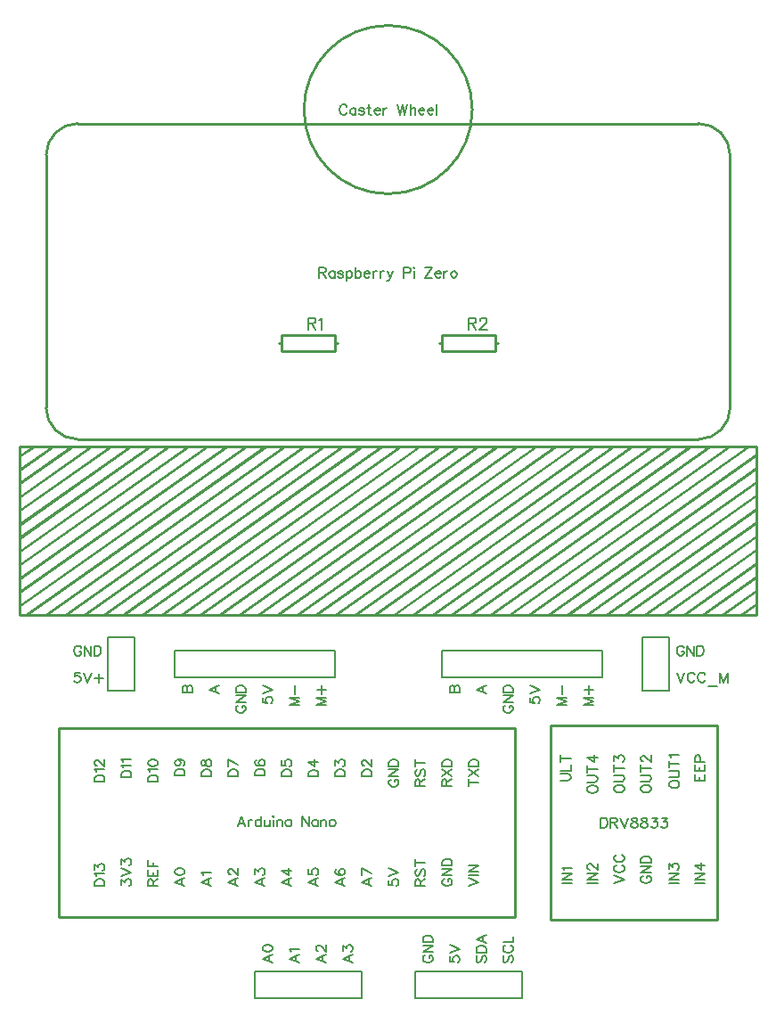
<source format=gto>
G04 Layer: TopSilkscreenLayer*
G04 EasyEDA v6.5.51, 2025-09-10 15:25:43*
G04 7811fd6da6e84b80a6dd4c2e862b6bcc,8ef3a173406043228c96bdea823fb63d,10*
G04 Gerber Generator version 0.2*
G04 Scale: 100 percent, Rotated: No, Reflected: No *
G04 Dimensions in millimeters *
G04 leading zeros omitted , absolute positions ,4 integer and 5 decimal *
%FSLAX45Y45*%
%MOMM*%

%ADD10C,0.1500*%
%ADD11C,0.1524*%
%ADD12C,0.2540*%
%ADD13C,0.2032*%
%ADD14C,0.2030*%
%ADD15C,0.0138*%

%LPD*%
G36*
X-3337001Y799998D02*
G01*
X-3380384Y799947D01*
X-3499865Y715619D01*
X-3498494Y686308D01*
G37*
G36*
X-3196132Y799998D02*
G01*
X-3499865Y586232D01*
X-3498494Y556920D01*
X-3153003Y799998D01*
G37*
G36*
X-3011830Y799998D02*
G01*
X-3016605Y797509D01*
X-3499865Y457200D01*
X-3498494Y427583D01*
X-2970580Y799084D01*
X-2970580Y799998D01*
G37*
G36*
X-2829407Y799998D02*
G01*
X-3499865Y328168D01*
X-3498494Y298551D01*
X-2792526Y795477D01*
X-2785465Y799998D01*
G37*
G36*
X-2645511Y799998D02*
G01*
X-3499865Y198831D01*
X-3498494Y169519D01*
X-2603906Y799134D01*
X-2603906Y799998D01*
G37*
G36*
X-2418842Y799998D02*
G01*
X-2462377Y799896D01*
X-3498494Y70561D01*
X-3500018Y39624D01*
X-3497884Y40538D01*
G37*
G36*
X-2278430Y799998D02*
G01*
X-3498494Y-58470D01*
X-3499916Y-89458D01*
X-3493109Y-85445D01*
X-2234844Y799998D01*
G37*
G36*
X-2052167Y799998D02*
G01*
X-2095652Y799896D01*
X-3499865Y-188620D01*
X-3498494Y-218186D01*
X-2053843Y798322D01*
G37*
G36*
X-1911248Y799998D02*
G01*
X-3499865Y-317957D01*
X-3498494Y-347218D01*
X-1868170Y799998D01*
G37*
G36*
X-1727250Y799998D02*
G01*
X-1739544Y791514D01*
X-3499865Y-447293D01*
X-3498494Y-476605D01*
X-1687118Y798068D01*
X-1685493Y799998D01*
G37*
G36*
X-1522780Y799998D02*
G01*
X-1544370Y799947D01*
X-3499865Y-576326D01*
X-3498494Y-605942D01*
X-1509928Y793292D01*
X-1501190Y799998D01*
G37*
G36*
X-1360576Y799998D02*
G01*
X-3499865Y-705358D01*
X-3498494Y-734974D01*
X-1319174Y798677D01*
X-1319174Y799998D01*
G37*
G36*
X-1175816Y799998D02*
G01*
X-1180693Y797509D01*
X-3443935Y-795426D01*
X-3451098Y-799896D01*
X-3407460Y-799896D01*
X-1143203Y793292D01*
X-1134465Y799998D01*
G37*
G36*
X-993140Y799998D02*
G01*
X-3265881Y-799388D01*
X-3225698Y-799998D01*
X-3219754Y-797407D01*
X-956614Y795477D01*
X-949452Y799998D01*
G37*
G36*
X-809447Y799998D02*
G01*
X-836117Y781507D01*
X-3079140Y-797001D01*
X-3081934Y-799998D01*
X-3039059Y-799388D01*
X-769772Y797509D01*
X-767384Y799998D01*
G37*
G36*
X-626414Y799998D02*
G01*
X-2899206Y-799388D01*
X-2856788Y-799998D01*
X-2855569Y-799388D01*
X-583031Y799998D01*
G37*
G36*
X-442722Y799998D02*
G01*
X-2714650Y-798880D01*
X-2714650Y-799998D01*
X-2672384Y-799388D01*
X-403098Y797509D01*
X-400659Y799998D01*
G37*
G36*
X-258317Y799998D02*
G01*
X-265379Y795477D01*
X-2488844Y-769416D01*
X-2532380Y-799896D01*
X-2489301Y-799896D01*
X-218236Y798474D01*
X-216306Y799998D01*
G37*
G36*
X-75438Y799998D02*
G01*
X-2346706Y-798220D01*
X-2348331Y-799896D01*
X-2304846Y-799846D01*
X-43078Y792226D01*
X-31750Y799998D01*
G37*
G36*
X108356Y799998D02*
G01*
X101346Y795477D01*
X-2165654Y-799896D01*
X-2122119Y-799896D01*
X150114Y799134D01*
X150114Y799998D01*
G37*
G36*
X291642Y799998D02*
G01*
X-1981047Y-799388D01*
X-1938782Y-799998D01*
X328168Y795477D01*
X335280Y799998D01*
G37*
G36*
X475538Y799998D02*
G01*
X-1796643Y-799033D01*
X-1796643Y-799998D01*
X-1754225Y-799388D01*
X516635Y798474D01*
X516788Y799998D01*
G37*
G36*
X701802Y799998D02*
G01*
X658317Y799896D01*
X-1603451Y-792124D01*
X-1614779Y-799896D01*
X-1571142Y-799896D01*
X700176Y798322D01*
G37*
G36*
X842264Y799998D02*
G01*
X-1429918Y-798982D01*
X-1429918Y-799998D01*
X-1387094Y-799388D01*
X885698Y799998D01*
G37*
G36*
X1026363Y799998D02*
G01*
X1019403Y795477D01*
X-1223873Y-783386D01*
X-1247749Y-799896D01*
X-1204417Y-799896D01*
X1066850Y798322D01*
X1068527Y799998D01*
G37*
G36*
X1231290Y799998D02*
G01*
X1209598Y799947D01*
X-1057097Y-795172D01*
X-1063396Y-799896D01*
X-1020165Y-799846D01*
X1252931Y799998D01*
G37*
G36*
X1393545Y799998D02*
G01*
X1373936Y786485D01*
X-878636Y-798779D01*
X-878636Y-799998D01*
X-836066Y-799388D01*
X1434693Y798474D01*
X1434795Y799998D01*
G37*
G36*
X1597914Y799998D02*
G01*
X1576324Y799947D01*
X-690372Y-795172D01*
X-696671Y-799896D01*
X-653440Y-799896D01*
X1610766Y793292D01*
X1619504Y799998D01*
G37*
G36*
X1760423Y799998D02*
G01*
X-510692Y-798169D01*
X-512419Y-799998D01*
X-469392Y-799388D01*
X1801418Y798474D01*
X1801520Y799998D01*
G37*
G36*
X1944573Y799998D02*
G01*
X1917852Y781507D01*
X-325170Y-797001D01*
X-327964Y-799998D01*
X-285546Y-799388D01*
X1986127Y799236D01*
X1986127Y799998D01*
G37*
G36*
X2127605Y799998D02*
G01*
X-136601Y-793191D01*
X-145338Y-799896D01*
X-102158Y-799846D01*
X2171090Y799998D01*
G37*
G36*
X2311247Y799998D02*
G01*
X2284577Y781507D01*
X41554Y-797001D01*
X38760Y-799998D01*
X81584Y-799388D01*
X2350922Y797509D01*
X2353360Y799998D01*
G37*
G36*
X2537815Y799998D02*
G01*
X2494330Y799947D01*
X221386Y-799896D01*
X264566Y-799846D01*
G37*
G36*
X2678582Y799998D02*
G01*
X407314Y-798220D01*
X405587Y-799998D01*
X448818Y-799388D01*
X2721508Y799998D01*
G37*
G36*
X2862376Y799998D02*
G01*
X2855315Y795477D01*
X588365Y-799896D01*
X631901Y-799896D01*
X2904083Y799084D01*
X2904083Y799998D01*
G37*
G36*
X3045256Y799998D02*
G01*
X773988Y-798220D01*
X772363Y-799896D01*
X815848Y-799846D01*
X3077616Y792226D01*
X3088944Y799998D01*
G37*
G36*
X3229356Y799998D02*
G01*
X3219704Y793496D01*
X959256Y-797306D01*
X956818Y-799896D01*
X998575Y-799896D01*
X3270808Y799134D01*
X3270808Y799998D01*
G37*
G36*
X3455670Y799998D02*
G01*
X3412337Y799896D01*
X1150569Y-792124D01*
X1139190Y-799896D01*
X1182522Y-799896D01*
X3439414Y788314D01*
G37*
G36*
X3498240Y731012D02*
G01*
X1325270Y-798068D01*
X1323594Y-799998D01*
X1366926Y-799388D01*
X3499713Y701446D01*
X3499713Y731012D01*
G37*
G36*
X3498443Y602183D02*
G01*
X1506067Y-799896D01*
X1549552Y-799896D01*
X3498443Y571500D01*
X3499967Y591566D01*
G37*
G36*
X3498443Y472795D02*
G01*
X1690624Y-799388D01*
X1731010Y-799998D01*
X1736801Y-797407D01*
X3494024Y439521D01*
X3499815Y443992D01*
G37*
G36*
X3498443Y343458D02*
G01*
X1875332Y-798779D01*
X1875332Y-799998D01*
X1917446Y-799388D01*
X3499815Y314147D01*
G37*
G36*
X3498443Y214426D02*
G01*
X2056993Y-799896D01*
X2100529Y-799896D01*
X3499815Y184810D01*
G37*
G36*
X3498443Y85394D02*
G01*
X2242058Y-798779D01*
X2242058Y-799998D01*
X2284628Y-799388D01*
X3499815Y55778D01*
G37*
G36*
X3498443Y-43942D02*
G01*
X2423922Y-799896D01*
X2467254Y-799896D01*
X3499815Y-73253D01*
G37*
G36*
X3498443Y-173329D02*
G01*
X2608783Y-799388D01*
X2648966Y-799998D01*
X2654909Y-797407D01*
X3499815Y-202641D01*
G37*
G36*
X3498443Y-302361D02*
G01*
X2793339Y-798576D01*
X2793339Y-799998D01*
X2835605Y-799388D01*
X3499815Y-331978D01*
G37*
G36*
X3498443Y-431393D02*
G01*
X2975051Y-799896D01*
X3018536Y-799846D01*
X3499815Y-461009D01*
G37*
G36*
X3498443Y-560730D02*
G01*
X3160064Y-798880D01*
X3160064Y-799998D01*
X3202279Y-799388D01*
X3499815Y-590042D01*
G37*
G36*
X3499104Y-689914D02*
G01*
X3498443Y-689965D01*
X3342487Y-799896D01*
X3385464Y-799896D01*
X3499713Y-719429D01*
X3499713Y-689914D01*
G37*
D10*
X584972Y-4047489D02*
G01*
X584972Y-4092955D01*
X625866Y-4097528D01*
X621294Y-4092955D01*
X616722Y-4079494D01*
X616722Y-4065778D01*
X621294Y-4052062D01*
X630438Y-4042918D01*
X643900Y-4038345D01*
X653044Y-4038345D01*
X666760Y-4042918D01*
X675904Y-4052062D01*
X680476Y-4065778D01*
X680476Y-4079494D01*
X675904Y-4092955D01*
X671332Y-4097528D01*
X662188Y-4102100D01*
X584972Y-4008373D02*
G01*
X680476Y-3972052D01*
X584972Y-3935729D02*
G01*
X680476Y-3972052D01*
X353557Y-4034025D02*
G01*
X344413Y-4038343D01*
X335523Y-4047487D01*
X330951Y-4056631D01*
X330951Y-4074919D01*
X335523Y-4083809D01*
X344413Y-4092953D01*
X353557Y-4097525D01*
X367273Y-4102097D01*
X389879Y-4102097D01*
X403595Y-4097525D01*
X412739Y-4092953D01*
X421883Y-4083809D01*
X426455Y-4074919D01*
X426455Y-4056631D01*
X421883Y-4047487D01*
X412739Y-4038343D01*
X403595Y-4034025D01*
X389879Y-4034025D01*
X389879Y-4056631D02*
G01*
X389879Y-4034025D01*
X330951Y-4003799D02*
G01*
X426455Y-4003799D01*
X330951Y-4003799D02*
G01*
X426455Y-3940299D01*
X330951Y-3940299D02*
G01*
X426455Y-3940299D01*
X330951Y-3910327D02*
G01*
X426455Y-3910327D01*
X330951Y-3910327D02*
G01*
X330951Y-3878577D01*
X335523Y-3864861D01*
X344413Y-3855717D01*
X353557Y-3851145D01*
X367273Y-3846573D01*
X389879Y-3846573D01*
X403595Y-3851145D01*
X412739Y-3855717D01*
X421883Y-3864861D01*
X426455Y-3878577D01*
X426455Y-3910327D01*
X852423Y-4038345D02*
G01*
X843534Y-4047489D01*
X838962Y-4061205D01*
X838962Y-4079494D01*
X843534Y-4092955D01*
X852423Y-4102100D01*
X861568Y-4102100D01*
X870712Y-4097528D01*
X875284Y-4092955D01*
X879855Y-4083812D01*
X889000Y-4056634D01*
X893318Y-4047489D01*
X897889Y-4042918D01*
X907034Y-4038345D01*
X920750Y-4038345D01*
X929894Y-4047489D01*
X934465Y-4061205D01*
X934465Y-4079494D01*
X929894Y-4092955D01*
X920750Y-4102100D01*
X838962Y-4008373D02*
G01*
X934465Y-4008373D01*
X838962Y-4008373D02*
G01*
X838962Y-3976623D01*
X843534Y-3962907D01*
X852423Y-3954018D01*
X861568Y-3949445D01*
X875284Y-3944873D01*
X897889Y-3944873D01*
X911605Y-3949445D01*
X920750Y-3954018D01*
X929894Y-3962907D01*
X934465Y-3976623D01*
X934465Y-4008373D01*
X838962Y-3878579D02*
G01*
X934465Y-3914902D01*
X838962Y-3878579D02*
G01*
X934465Y-3842004D01*
X902462Y-3901186D02*
G01*
X902462Y-3855720D01*
X1106423Y-4038345D02*
G01*
X1097534Y-4047489D01*
X1092962Y-4061205D01*
X1092962Y-4079494D01*
X1097534Y-4092955D01*
X1106423Y-4102100D01*
X1115568Y-4102100D01*
X1124712Y-4097528D01*
X1129284Y-4092955D01*
X1133855Y-4083812D01*
X1143000Y-4056634D01*
X1147318Y-4047489D01*
X1151889Y-4042918D01*
X1161034Y-4038345D01*
X1174750Y-4038345D01*
X1183894Y-4047489D01*
X1188465Y-4061205D01*
X1188465Y-4079494D01*
X1183894Y-4092955D01*
X1174750Y-4102100D01*
X1115568Y-3940302D02*
G01*
X1106423Y-3944873D01*
X1097534Y-3954018D01*
X1092962Y-3962907D01*
X1092962Y-3981195D01*
X1097534Y-3990339D01*
X1106423Y-3999484D01*
X1115568Y-4003802D01*
X1129284Y-4008373D01*
X1151889Y-4008373D01*
X1165605Y-4003802D01*
X1174750Y-3999484D01*
X1183894Y-3990339D01*
X1188465Y-3981195D01*
X1188465Y-3962907D01*
X1183894Y-3954018D01*
X1174750Y-3944873D01*
X1165605Y-3940302D01*
X1092962Y-3910329D02*
G01*
X1188465Y-3910329D01*
X1188465Y-3910329D02*
G01*
X1188465Y-3855720D01*
X-1193027Y-4065778D02*
G01*
X-1097523Y-4102100D01*
X-1193027Y-4065778D02*
G01*
X-1097523Y-4029455D01*
X-1129527Y-4088384D02*
G01*
X-1129527Y-4042918D01*
X-1193027Y-3972052D02*
G01*
X-1188455Y-3985768D01*
X-1174993Y-3994912D01*
X-1152133Y-3999484D01*
X-1138671Y-3999484D01*
X-1115811Y-3994912D01*
X-1102095Y-3985768D01*
X-1097523Y-3972052D01*
X-1097523Y-3962907D01*
X-1102095Y-3949445D01*
X-1115811Y-3940302D01*
X-1138671Y-3935729D01*
X-1152133Y-3935729D01*
X-1174993Y-3940302D01*
X-1188455Y-3949445D01*
X-1193027Y-3962907D01*
X-1193027Y-3972052D01*
X-939030Y-4065780D02*
G01*
X-843526Y-4102102D01*
X-939030Y-4065780D02*
G01*
X-843526Y-4029458D01*
X-875530Y-4088386D02*
G01*
X-875530Y-4042920D01*
X-920996Y-3999486D02*
G01*
X-925568Y-3990342D01*
X-939030Y-3976626D01*
X-843526Y-3976626D01*
X-685027Y-4065778D02*
G01*
X-589523Y-4102100D01*
X-685027Y-4065778D02*
G01*
X-589523Y-4029455D01*
X-621527Y-4088384D02*
G01*
X-621527Y-4042918D01*
X-662421Y-3994912D02*
G01*
X-666993Y-3994912D01*
X-675883Y-3990339D01*
X-680455Y-3985768D01*
X-685027Y-3976623D01*
X-685027Y-3958589D01*
X-680455Y-3949445D01*
X-675883Y-3944873D01*
X-666993Y-3940302D01*
X-657849Y-3940302D01*
X-648705Y-3944873D01*
X-634989Y-3954018D01*
X-589523Y-3999484D01*
X-589523Y-3935729D01*
X-431027Y-4065778D02*
G01*
X-335523Y-4102100D01*
X-431027Y-4065778D02*
G01*
X-335523Y-4029455D01*
X-367527Y-4088384D02*
G01*
X-367527Y-4042918D01*
X-431027Y-3990339D02*
G01*
X-431027Y-3940302D01*
X-394705Y-3967479D01*
X-394705Y-3954018D01*
X-390133Y-3944873D01*
X-385561Y-3940302D01*
X-372099Y-3935729D01*
X-362955Y-3935729D01*
X-349239Y-3940302D01*
X-340095Y-3949445D01*
X-335523Y-3962907D01*
X-335523Y-3976623D01*
X-340095Y-3990339D01*
X-344667Y-3994912D01*
X-353811Y-3999484D01*
X1854962Y-1657604D02*
G01*
X1950465Y-1657604D01*
X1854962Y-1657604D02*
G01*
X1950465Y-1621281D01*
X1854962Y-1584960D02*
G01*
X1950465Y-1621281D01*
X1854962Y-1584960D02*
G01*
X1950465Y-1584960D01*
X1868423Y-1514094D02*
G01*
X1950465Y-1514094D01*
X1909318Y-1554987D02*
G01*
X1909318Y-1472945D01*
X1600962Y-1657601D02*
G01*
X1696465Y-1657601D01*
X1600962Y-1657601D02*
G01*
X1696465Y-1621279D01*
X1600962Y-1584957D02*
G01*
X1696465Y-1621279D01*
X1600962Y-1584957D02*
G01*
X1696465Y-1584957D01*
X1655318Y-1554985D02*
G01*
X1655318Y-1472943D01*
X1115557Y-1660395D02*
G01*
X1106413Y-1664713D01*
X1097523Y-1673857D01*
X1092951Y-1683001D01*
X1092951Y-1701289D01*
X1097523Y-1710179D01*
X1106413Y-1719323D01*
X1115557Y-1723895D01*
X1129273Y-1728467D01*
X1151879Y-1728467D01*
X1165595Y-1723895D01*
X1174739Y-1719323D01*
X1183883Y-1710179D01*
X1188455Y-1701289D01*
X1188455Y-1683001D01*
X1183883Y-1673857D01*
X1174739Y-1664713D01*
X1165595Y-1660395D01*
X1151879Y-1660395D01*
X1151879Y-1683001D02*
G01*
X1151879Y-1660395D01*
X1092951Y-1630169D02*
G01*
X1188455Y-1630169D01*
X1092951Y-1630169D02*
G01*
X1188455Y-1566669D01*
X1092951Y-1566669D02*
G01*
X1188455Y-1566669D01*
X1092951Y-1536697D02*
G01*
X1188455Y-1536697D01*
X1092951Y-1536697D02*
G01*
X1092951Y-1504947D01*
X1097523Y-1491231D01*
X1106413Y-1482087D01*
X1115557Y-1477515D01*
X1129273Y-1472943D01*
X1151879Y-1472943D01*
X1165595Y-1477515D01*
X1174739Y-1482087D01*
X1183883Y-1491231D01*
X1188455Y-1504947D01*
X1188455Y-1536697D01*
X1346972Y-1584705D02*
G01*
X1346972Y-1630171D01*
X1387866Y-1634744D01*
X1383294Y-1630171D01*
X1378722Y-1616710D01*
X1378722Y-1602994D01*
X1383294Y-1589278D01*
X1392438Y-1580134D01*
X1405900Y-1575562D01*
X1415044Y-1575562D01*
X1428760Y-1580134D01*
X1437904Y-1589278D01*
X1442476Y-1602994D01*
X1442476Y-1616710D01*
X1437904Y-1630171D01*
X1433332Y-1634744D01*
X1424188Y-1639315D01*
X1346972Y-1545589D02*
G01*
X1442476Y-1509268D01*
X1346972Y-1472945D02*
G01*
X1442476Y-1509268D01*
X838962Y-1509270D02*
G01*
X934465Y-1545592D01*
X838962Y-1509270D02*
G01*
X934465Y-1472948D01*
X902462Y-1531876D02*
G01*
X902462Y-1486410D01*
X584962Y-1536700D02*
G01*
X680465Y-1536700D01*
X584962Y-1536700D02*
G01*
X584962Y-1495805D01*
X589534Y-1482089D01*
X594105Y-1477518D01*
X602995Y-1472945D01*
X612139Y-1472945D01*
X621284Y-1477518D01*
X625855Y-1482089D01*
X630428Y-1495805D01*
X630428Y-1536700D02*
G01*
X630428Y-1495805D01*
X635000Y-1482089D01*
X639318Y-1477518D01*
X648462Y-1472945D01*
X662178Y-1472945D01*
X671321Y-1477518D01*
X675894Y-1482089D01*
X680465Y-1495805D01*
X680465Y-1536700D01*
X-1955037Y-1536700D02*
G01*
X-1859534Y-1536700D01*
X-1955037Y-1536700D02*
G01*
X-1955037Y-1495805D01*
X-1950465Y-1482089D01*
X-1945894Y-1477518D01*
X-1937004Y-1472945D01*
X-1927860Y-1472945D01*
X-1918715Y-1477518D01*
X-1914144Y-1482089D01*
X-1909571Y-1495805D01*
X-1909571Y-1536700D02*
G01*
X-1909571Y-1495805D01*
X-1905000Y-1482089D01*
X-1900681Y-1477518D01*
X-1891537Y-1472945D01*
X-1877821Y-1472945D01*
X-1868678Y-1477518D01*
X-1864105Y-1482089D01*
X-1859534Y-1495805D01*
X-1859534Y-1536700D01*
X-1701037Y-1509270D02*
G01*
X-1605534Y-1545592D01*
X-1701037Y-1509270D02*
G01*
X-1605534Y-1472948D01*
X-1637537Y-1531876D02*
G01*
X-1637537Y-1486410D01*
X-1193027Y-1584705D02*
G01*
X-1193027Y-1630171D01*
X-1152133Y-1634744D01*
X-1156705Y-1630171D01*
X-1161277Y-1616710D01*
X-1161277Y-1602994D01*
X-1156705Y-1589278D01*
X-1147561Y-1580134D01*
X-1134099Y-1575562D01*
X-1124955Y-1575562D01*
X-1111239Y-1580134D01*
X-1102095Y-1589278D01*
X-1097523Y-1602994D01*
X-1097523Y-1616710D01*
X-1102095Y-1630171D01*
X-1106667Y-1634744D01*
X-1115811Y-1639315D01*
X-1193027Y-1545589D02*
G01*
X-1097523Y-1509268D01*
X-1193027Y-1472945D02*
G01*
X-1097523Y-1509268D01*
X-939037Y-1657601D02*
G01*
X-843534Y-1657601D01*
X-939037Y-1657601D02*
G01*
X-843534Y-1621279D01*
X-939037Y-1584957D02*
G01*
X-843534Y-1621279D01*
X-939037Y-1584957D02*
G01*
X-843534Y-1584957D01*
X-884681Y-1554985D02*
G01*
X-884681Y-1472943D01*
X-685037Y-1657604D02*
G01*
X-589534Y-1657604D01*
X-685037Y-1657604D02*
G01*
X-589534Y-1621281D01*
X-685037Y-1584960D02*
G01*
X-589534Y-1621281D01*
X-685037Y-1584960D02*
G01*
X-589534Y-1584960D01*
X-671576Y-1514094D02*
G01*
X-589534Y-1514094D01*
X-630681Y-1554987D02*
G01*
X-630681Y-1472945D01*
X-1424442Y-1660395D02*
G01*
X-1433586Y-1664713D01*
X-1442476Y-1673857D01*
X-1447048Y-1683001D01*
X-1447048Y-1701289D01*
X-1442476Y-1710179D01*
X-1433586Y-1719323D01*
X-1424442Y-1723895D01*
X-1410726Y-1728467D01*
X-1388120Y-1728467D01*
X-1374404Y-1723895D01*
X-1365260Y-1719323D01*
X-1356116Y-1710179D01*
X-1351544Y-1701289D01*
X-1351544Y-1683001D01*
X-1356116Y-1673857D01*
X-1365260Y-1664713D01*
X-1374404Y-1660395D01*
X-1388120Y-1660395D01*
X-1388120Y-1683001D02*
G01*
X-1388120Y-1660395D01*
X-1447048Y-1630169D02*
G01*
X-1351544Y-1630169D01*
X-1447048Y-1630169D02*
G01*
X-1351544Y-1566669D01*
X-1447048Y-1566669D02*
G01*
X-1351544Y-1566669D01*
X-1447048Y-1536697D02*
G01*
X-1351544Y-1536697D01*
X-1447048Y-1536697D02*
G01*
X-1447048Y-1504947D01*
X-1442476Y-1491231D01*
X-1433586Y-1482087D01*
X-1424442Y-1477515D01*
X-1410726Y-1472943D01*
X-1388120Y-1472943D01*
X-1374404Y-1477515D01*
X-1365260Y-1482087D01*
X-1356116Y-1491231D01*
X-1351544Y-1504947D01*
X-1351544Y-1536697D01*
X2743200Y-1346962D02*
G01*
X2779522Y-1442465D01*
X2815843Y-1346962D02*
G01*
X2779522Y-1442465D01*
X2914141Y-1369568D02*
G01*
X2909570Y-1360423D01*
X2900425Y-1351534D01*
X2891281Y-1346962D01*
X2873247Y-1346962D01*
X2864104Y-1351534D01*
X2854959Y-1360423D01*
X2850388Y-1369568D01*
X2845815Y-1383284D01*
X2845815Y-1405889D01*
X2850388Y-1419605D01*
X2854959Y-1428750D01*
X2864104Y-1437894D01*
X2873247Y-1442465D01*
X2891281Y-1442465D01*
X2900425Y-1437894D01*
X2909570Y-1428750D01*
X2914141Y-1419605D01*
X3012186Y-1369568D02*
G01*
X3007868Y-1360423D01*
X2998724Y-1351534D01*
X2989579Y-1346962D01*
X2971291Y-1346962D01*
X2962402Y-1351534D01*
X2953258Y-1360423D01*
X2948686Y-1369568D01*
X2944113Y-1383284D01*
X2944113Y-1405889D01*
X2948686Y-1419605D01*
X2953258Y-1428750D01*
X2962402Y-1437894D01*
X2971291Y-1442465D01*
X2989579Y-1442465D01*
X2998724Y-1437894D01*
X3007868Y-1428750D01*
X3012186Y-1419605D01*
X3042411Y-1474215D02*
G01*
X3124200Y-1474215D01*
X3154172Y-1346962D02*
G01*
X3154172Y-1442465D01*
X3154172Y-1346962D02*
G01*
X3190493Y-1442465D01*
X3226815Y-1346962D02*
G01*
X3190493Y-1442465D01*
X3226815Y-1346962D02*
G01*
X3226815Y-1442465D01*
X2811272Y-1115568D02*
G01*
X2806954Y-1106423D01*
X2797809Y-1097534D01*
X2788665Y-1092962D01*
X2770377Y-1092962D01*
X2761488Y-1097534D01*
X2752343Y-1106423D01*
X2747772Y-1115568D01*
X2743200Y-1129284D01*
X2743200Y-1151889D01*
X2747772Y-1165605D01*
X2752343Y-1174750D01*
X2761488Y-1183894D01*
X2770377Y-1188465D01*
X2788665Y-1188465D01*
X2797809Y-1183894D01*
X2806954Y-1174750D01*
X2811272Y-1165605D01*
X2811272Y-1151889D01*
X2788665Y-1151889D02*
G01*
X2811272Y-1151889D01*
X2841497Y-1092962D02*
G01*
X2841497Y-1188465D01*
X2841497Y-1092962D02*
G01*
X2904997Y-1188465D01*
X2904997Y-1092962D02*
G01*
X2904997Y-1188465D01*
X2934970Y-1092962D02*
G01*
X2934970Y-1188465D01*
X2934970Y-1092962D02*
G01*
X2966720Y-1092962D01*
X2980436Y-1097534D01*
X2989579Y-1106423D01*
X2994152Y-1115568D01*
X2998724Y-1129284D01*
X2998724Y-1151889D01*
X2994152Y-1165605D01*
X2989579Y-1174750D01*
X2980436Y-1183894D01*
X2966720Y-1188465D01*
X2934970Y-1188465D01*
X-2929887Y-1346962D02*
G01*
X-2975353Y-1346962D01*
X-2979925Y-1387855D01*
X-2975353Y-1383284D01*
X-2961891Y-1378712D01*
X-2948175Y-1378712D01*
X-2934459Y-1383284D01*
X-2925315Y-1392428D01*
X-2920743Y-1405889D01*
X-2920743Y-1415034D01*
X-2925315Y-1428750D01*
X-2934459Y-1437894D01*
X-2948175Y-1442465D01*
X-2961891Y-1442465D01*
X-2975353Y-1437894D01*
X-2979925Y-1433321D01*
X-2984497Y-1424178D01*
X-2890771Y-1346962D02*
G01*
X-2854449Y-1442465D01*
X-2818127Y-1346962D02*
G01*
X-2854449Y-1442465D01*
X-2747261Y-1360423D02*
G01*
X-2747261Y-1442465D01*
X-2788155Y-1401318D02*
G01*
X-2706367Y-1401318D01*
X-2916425Y-1115568D02*
G01*
X-2920743Y-1106423D01*
X-2929887Y-1097534D01*
X-2939031Y-1092962D01*
X-2957319Y-1092962D01*
X-2966209Y-1097534D01*
X-2975353Y-1106423D01*
X-2979925Y-1115568D01*
X-2984497Y-1129284D01*
X-2984497Y-1151889D01*
X-2979925Y-1165605D01*
X-2975353Y-1174750D01*
X-2966209Y-1183894D01*
X-2957319Y-1188465D01*
X-2939031Y-1188465D01*
X-2929887Y-1183894D01*
X-2920743Y-1174750D01*
X-2916425Y-1165605D01*
X-2916425Y-1151889D01*
X-2939031Y-1151889D02*
G01*
X-2916425Y-1151889D01*
X-2886199Y-1092962D02*
G01*
X-2886199Y-1188465D01*
X-2886199Y-1092962D02*
G01*
X-2822699Y-1188465D01*
X-2822699Y-1092962D02*
G01*
X-2822699Y-1188465D01*
X-2792727Y-1092962D02*
G01*
X-2792727Y-1188465D01*
X-2792727Y-1092962D02*
G01*
X-2760977Y-1092962D01*
X-2747261Y-1097534D01*
X-2738117Y-1106423D01*
X-2733545Y-1115568D01*
X-2728973Y-1129284D01*
X-2728973Y-1151889D01*
X-2733545Y-1165605D01*
X-2738117Y-1174750D01*
X-2747261Y-1183894D01*
X-2760977Y-1188465D01*
X-2792727Y-1188465D01*
X-391924Y4025137D02*
G01*
X-396242Y4034281D01*
X-405386Y4043171D01*
X-414530Y4047744D01*
X-432818Y4047744D01*
X-441708Y4043171D01*
X-450852Y4034281D01*
X-455424Y4025137D01*
X-459996Y4011421D01*
X-459996Y3988815D01*
X-455424Y3975100D01*
X-450852Y3965955D01*
X-441708Y3956812D01*
X-432818Y3952239D01*
X-414530Y3952239D01*
X-405386Y3956812D01*
X-396242Y3965955D01*
X-391924Y3975100D01*
X-307342Y4015994D02*
G01*
X-307342Y3952239D01*
X-307342Y4002278D02*
G01*
X-316486Y4011421D01*
X-325376Y4015994D01*
X-339092Y4015994D01*
X-348236Y4011421D01*
X-357380Y4002278D01*
X-361698Y3988815D01*
X-361698Y3979671D01*
X-357380Y3965955D01*
X-348236Y3956812D01*
X-339092Y3952239D01*
X-325376Y3952239D01*
X-316486Y3956812D01*
X-307342Y3965955D01*
X-227332Y4002278D02*
G01*
X-231904Y4011421D01*
X-245366Y4015994D01*
X-259082Y4015994D01*
X-272798Y4011421D01*
X-277370Y4002278D01*
X-272798Y3993387D01*
X-263654Y3988815D01*
X-240794Y3984244D01*
X-231904Y3979671D01*
X-227332Y3970528D01*
X-227332Y3965955D01*
X-231904Y3956812D01*
X-245366Y3952239D01*
X-259082Y3952239D01*
X-272798Y3956812D01*
X-277370Y3965955D01*
X-183644Y4047744D02*
G01*
X-183644Y3970528D01*
X-179072Y3956812D01*
X-169928Y3952239D01*
X-160784Y3952239D01*
X-197360Y4015994D02*
G01*
X-165356Y4015994D01*
X-130812Y3988815D02*
G01*
X-76456Y3988815D01*
X-76456Y3997705D01*
X-81028Y4006850D01*
X-85346Y4011421D01*
X-94490Y4015994D01*
X-108206Y4015994D01*
X-117350Y4011421D01*
X-126240Y4002278D01*
X-130812Y3988815D01*
X-130812Y3979671D01*
X-126240Y3965955D01*
X-117350Y3956812D01*
X-108206Y3952239D01*
X-94490Y3952239D01*
X-85346Y3956812D01*
X-76456Y3965955D01*
X-46484Y4015994D02*
G01*
X-46484Y3952239D01*
X-46484Y3988815D02*
G01*
X-41912Y4002278D01*
X-32768Y4011421D01*
X-23624Y4015994D01*
X-9908Y4015994D01*
X89913Y4047744D02*
G01*
X112773Y3952239D01*
X135379Y4047744D02*
G01*
X112773Y3952239D01*
X135379Y4047744D02*
G01*
X158239Y3952239D01*
X180845Y4047744D02*
G01*
X158239Y3952239D01*
X210817Y4047744D02*
G01*
X210817Y3952239D01*
X210817Y3997705D02*
G01*
X224533Y4011421D01*
X233677Y4015994D01*
X247393Y4015994D01*
X256283Y4011421D01*
X260855Y3997705D01*
X260855Y3952239D01*
X290827Y3988815D02*
G01*
X345437Y3988815D01*
X345437Y3997705D01*
X340865Y4006850D01*
X336293Y4011421D01*
X327149Y4015994D01*
X313687Y4015994D01*
X304543Y4011421D01*
X295399Y4002278D01*
X290827Y3988815D01*
X290827Y3979671D01*
X295399Y3965955D01*
X304543Y3956812D01*
X313687Y3952239D01*
X327149Y3952239D01*
X336293Y3956812D01*
X345437Y3965955D01*
X375409Y3988815D02*
G01*
X430019Y3988815D01*
X430019Y3997705D01*
X425447Y4006850D01*
X420875Y4011421D01*
X411731Y4015994D01*
X398269Y4015994D01*
X389125Y4011421D01*
X379981Y4002278D01*
X375409Y3988815D01*
X375409Y3979671D01*
X379981Y3965955D01*
X389125Y3956812D01*
X398269Y3952239D01*
X411731Y3952239D01*
X420875Y3956812D01*
X430019Y3965955D01*
X459991Y4047744D02*
G01*
X459991Y3952239D01*
X-654933Y2498750D02*
G01*
X-654933Y2403246D01*
X-654933Y2498750D02*
G01*
X-614039Y2498750D01*
X-600323Y2494178D01*
X-595751Y2489606D01*
X-591179Y2480716D01*
X-591179Y2471572D01*
X-595751Y2462428D01*
X-600323Y2457856D01*
X-614039Y2453284D01*
X-654933Y2453284D01*
X-623183Y2453284D02*
G01*
X-591179Y2403246D01*
X-506851Y2467000D02*
G01*
X-506851Y2403246D01*
X-506851Y2453284D02*
G01*
X-515741Y2462428D01*
X-524885Y2467000D01*
X-538601Y2467000D01*
X-547745Y2462428D01*
X-556635Y2453284D01*
X-561207Y2439822D01*
X-561207Y2430678D01*
X-556635Y2416962D01*
X-547745Y2407818D01*
X-538601Y2403246D01*
X-524885Y2403246D01*
X-515741Y2407818D01*
X-506851Y2416962D01*
X-426841Y2453284D02*
G01*
X-431413Y2462428D01*
X-444875Y2467000D01*
X-458591Y2467000D01*
X-472307Y2462428D01*
X-476625Y2453284D01*
X-472307Y2444394D01*
X-463163Y2439822D01*
X-440303Y2435250D01*
X-431413Y2430678D01*
X-426841Y2421534D01*
X-426841Y2416962D01*
X-431413Y2407818D01*
X-444875Y2403246D01*
X-458591Y2403246D01*
X-472307Y2407818D01*
X-476625Y2416962D01*
X-396869Y2467000D02*
G01*
X-396869Y2371496D01*
X-396869Y2453284D02*
G01*
X-387725Y2462428D01*
X-378581Y2467000D01*
X-364865Y2467000D01*
X-355721Y2462428D01*
X-346831Y2453284D01*
X-342259Y2439822D01*
X-342259Y2430678D01*
X-346831Y2416962D01*
X-355721Y2407818D01*
X-364865Y2403246D01*
X-378581Y2403246D01*
X-387725Y2407818D01*
X-396869Y2416962D01*
X-312287Y2498750D02*
G01*
X-312287Y2403246D01*
X-312287Y2453284D02*
G01*
X-303143Y2462428D01*
X-293999Y2467000D01*
X-280283Y2467000D01*
X-271393Y2462428D01*
X-262249Y2453284D01*
X-257677Y2439822D01*
X-257677Y2430678D01*
X-262249Y2416962D01*
X-271393Y2407818D01*
X-280283Y2403246D01*
X-293999Y2403246D01*
X-303143Y2407818D01*
X-312287Y2416962D01*
X-227705Y2439822D02*
G01*
X-173095Y2439822D01*
X-173095Y2448712D01*
X-177667Y2457856D01*
X-182239Y2462428D01*
X-191383Y2467000D01*
X-204845Y2467000D01*
X-213989Y2462428D01*
X-223133Y2453284D01*
X-227705Y2439822D01*
X-227705Y2430678D01*
X-223133Y2416962D01*
X-213989Y2407818D01*
X-204845Y2403246D01*
X-191383Y2403246D01*
X-182239Y2407818D01*
X-173095Y2416962D01*
X-143123Y2467000D02*
G01*
X-143123Y2403246D01*
X-143123Y2439822D02*
G01*
X-138551Y2453284D01*
X-129407Y2462428D01*
X-120263Y2467000D01*
X-106801Y2467000D01*
X-76829Y2467000D02*
G01*
X-76829Y2403246D01*
X-76829Y2439822D02*
G01*
X-72257Y2453284D01*
X-63113Y2462428D01*
X-53969Y2467000D01*
X-40507Y2467000D01*
X-5963Y2467000D02*
G01*
X21468Y2403246D01*
X48646Y2467000D02*
G01*
X21468Y2403246D01*
X12324Y2385212D01*
X3180Y2376068D01*
X-5963Y2371496D01*
X-10281Y2371496D01*
X148722Y2498750D02*
G01*
X148722Y2403246D01*
X148722Y2498750D02*
G01*
X189616Y2498750D01*
X203332Y2494178D01*
X207904Y2489606D01*
X212222Y2480716D01*
X212222Y2467000D01*
X207904Y2457856D01*
X203332Y2453284D01*
X189616Y2448712D01*
X148722Y2448712D01*
X242448Y2498750D02*
G01*
X246766Y2494178D01*
X251338Y2498750D01*
X246766Y2503322D01*
X242448Y2498750D01*
X246766Y2467000D02*
G01*
X246766Y2403246D01*
X415168Y2498750D02*
G01*
X351414Y2403246D01*
X351414Y2498750D02*
G01*
X415168Y2498750D01*
X351414Y2403246D02*
G01*
X415168Y2403246D01*
X445140Y2439822D02*
G01*
X499496Y2439822D01*
X499496Y2448712D01*
X495178Y2457856D01*
X490606Y2462428D01*
X481462Y2467000D01*
X467746Y2467000D01*
X458602Y2462428D01*
X449712Y2453284D01*
X445140Y2439822D01*
X445140Y2430678D01*
X449712Y2416962D01*
X458602Y2407818D01*
X467746Y2403246D01*
X481462Y2403246D01*
X490606Y2407818D01*
X499496Y2416962D01*
X529722Y2467000D02*
G01*
X529722Y2403246D01*
X529722Y2439822D02*
G01*
X534040Y2453284D01*
X543184Y2462428D01*
X552328Y2467000D01*
X566044Y2467000D01*
X618622Y2467000D02*
G01*
X609732Y2462428D01*
X600588Y2453284D01*
X596016Y2439822D01*
X596016Y2430678D01*
X600588Y2416962D01*
X609732Y2407818D01*
X618622Y2403246D01*
X632338Y2403246D01*
X641482Y2407818D01*
X650626Y2416962D01*
X654944Y2430678D01*
X654944Y2439822D01*
X650626Y2453284D01*
X641482Y2462428D01*
X632338Y2467000D01*
X618622Y2467000D01*
D11*
X-762000Y2020315D02*
G01*
X-762000Y1911350D01*
X-762000Y2020315D02*
G01*
X-715263Y2020315D01*
X-699770Y2015236D01*
X-694436Y2009902D01*
X-689355Y1999487D01*
X-689355Y1989073D01*
X-694436Y1978660D01*
X-699770Y1973579D01*
X-715263Y1968500D01*
X-762000Y1968500D01*
X-725678Y1968500D02*
G01*
X-689355Y1911350D01*
X-655065Y1999487D02*
G01*
X-644652Y2004821D01*
X-628904Y2020315D01*
X-628904Y1911350D01*
X762000Y2020315D02*
G01*
X762000Y1911350D01*
X762000Y2020315D02*
G01*
X808736Y2020315D01*
X824229Y2015236D01*
X829563Y2009902D01*
X834644Y1999487D01*
X834644Y1989073D01*
X829563Y1978660D01*
X824229Y1973579D01*
X808736Y1968500D01*
X762000Y1968500D01*
X798321Y1968500D02*
G01*
X834644Y1911350D01*
X874268Y1994407D02*
G01*
X874268Y1999487D01*
X879347Y2009902D01*
X884681Y2015236D01*
X895095Y2020315D01*
X915670Y2020315D01*
X926084Y2015236D01*
X931418Y2009902D01*
X936497Y1999487D01*
X936497Y1989073D01*
X931418Y1978660D01*
X921004Y1963165D01*
X868934Y1911350D01*
X941831Y1911350D01*
D10*
X2019551Y-2727705D02*
G01*
X2019551Y-2823210D01*
X2019551Y-2727705D02*
G01*
X2051301Y-2727705D01*
X2065017Y-2732278D01*
X2074161Y-2741168D01*
X2078733Y-2750312D01*
X2083305Y-2764028D01*
X2083305Y-2786634D01*
X2078733Y-2800350D01*
X2074161Y-2809494D01*
X2065017Y-2818637D01*
X2051301Y-2823210D01*
X2019551Y-2823210D01*
X2113277Y-2727705D02*
G01*
X2113277Y-2823210D01*
X2113277Y-2727705D02*
G01*
X2154171Y-2727705D01*
X2167633Y-2732278D01*
X2172205Y-2736850D01*
X2176777Y-2745739D01*
X2176777Y-2754884D01*
X2172205Y-2764028D01*
X2167633Y-2768600D01*
X2154171Y-2773171D01*
X2113277Y-2773171D01*
X2145027Y-2773171D02*
G01*
X2176777Y-2823210D01*
X2206749Y-2727705D02*
G01*
X2243071Y-2823210D01*
X2279647Y-2727705D02*
G01*
X2243071Y-2823210D01*
X2332225Y-2727705D02*
G01*
X2318763Y-2732278D01*
X2314191Y-2741168D01*
X2314191Y-2750312D01*
X2318763Y-2759455D01*
X2327653Y-2764028D01*
X2345941Y-2768600D01*
X2359657Y-2773171D01*
X2368547Y-2782062D01*
X2373119Y-2791205D01*
X2373119Y-2804921D01*
X2368547Y-2814065D01*
X2363975Y-2818637D01*
X2350513Y-2823210D01*
X2332225Y-2823210D01*
X2318763Y-2818637D01*
X2314191Y-2814065D01*
X2309619Y-2804921D01*
X2309619Y-2791205D01*
X2314191Y-2782062D01*
X2323081Y-2773171D01*
X2336797Y-2768600D01*
X2355085Y-2764028D01*
X2363975Y-2759455D01*
X2368547Y-2750312D01*
X2368547Y-2741168D01*
X2363975Y-2732278D01*
X2350513Y-2727705D01*
X2332225Y-2727705D01*
X2425951Y-2727705D02*
G01*
X2412235Y-2732278D01*
X2407663Y-2741168D01*
X2407663Y-2750312D01*
X2412235Y-2759455D01*
X2421379Y-2764028D01*
X2439667Y-2768600D01*
X2453129Y-2773171D01*
X2462273Y-2782062D01*
X2466845Y-2791205D01*
X2466845Y-2804921D01*
X2462273Y-2814065D01*
X2457701Y-2818637D01*
X2443985Y-2823210D01*
X2425951Y-2823210D01*
X2412235Y-2818637D01*
X2407663Y-2814065D01*
X2403091Y-2804921D01*
X2403091Y-2791205D01*
X2407663Y-2782062D01*
X2416807Y-2773171D01*
X2430523Y-2768600D01*
X2448557Y-2764028D01*
X2457701Y-2759455D01*
X2462273Y-2750312D01*
X2462273Y-2741168D01*
X2457701Y-2732278D01*
X2443985Y-2727705D01*
X2425951Y-2727705D01*
X2505961Y-2727705D02*
G01*
X2555999Y-2727705D01*
X2528567Y-2764028D01*
X2542283Y-2764028D01*
X2551427Y-2768600D01*
X2555999Y-2773171D01*
X2560571Y-2786634D01*
X2560571Y-2795778D01*
X2555999Y-2809494D01*
X2546855Y-2818637D01*
X2533139Y-2823210D01*
X2519677Y-2823210D01*
X2505961Y-2818637D01*
X2501389Y-2814065D01*
X2496817Y-2804921D01*
X2599433Y-2727705D02*
G01*
X2649471Y-2727705D01*
X2622293Y-2764028D01*
X2636009Y-2764028D01*
X2644899Y-2768600D01*
X2649471Y-2773171D01*
X2654043Y-2786634D01*
X2654043Y-2795778D01*
X2649471Y-2809494D01*
X2640581Y-2818637D01*
X2626865Y-2823210D01*
X2613149Y-2823210D01*
X2599433Y-2818637D01*
X2595115Y-2814065D01*
X2590543Y-2804921D01*
X2915409Y-2375407D02*
G01*
X3010913Y-2375407D01*
X2915409Y-2375407D02*
G01*
X2915409Y-2316226D01*
X2960875Y-2375407D02*
G01*
X2960875Y-2339086D01*
X3010913Y-2375407D02*
G01*
X3010913Y-2316226D01*
X2915409Y-2286254D02*
G01*
X3010913Y-2286254D01*
X2915409Y-2286254D02*
G01*
X2915409Y-2227326D01*
X2960875Y-2286254D02*
G01*
X2960875Y-2249931D01*
X3010913Y-2286254D02*
G01*
X3010913Y-2227326D01*
X2915409Y-2197100D02*
G01*
X3010913Y-2197100D01*
X2915409Y-2197100D02*
G01*
X2915409Y-2156205D01*
X2919981Y-2142744D01*
X2924553Y-2138171D01*
X2933443Y-2133600D01*
X2947159Y-2133600D01*
X2956303Y-2138171D01*
X2960875Y-2142744D01*
X2965447Y-2156205D01*
X2965447Y-2197100D01*
X2669537Y-2419093D02*
G01*
X2673855Y-2428237D01*
X2682999Y-2437127D01*
X2692143Y-2441699D01*
X2705859Y-2446271D01*
X2728465Y-2446271D01*
X2742181Y-2441699D01*
X2751325Y-2437127D01*
X2760215Y-2428237D01*
X2764787Y-2419093D01*
X2764787Y-2400805D01*
X2760215Y-2391661D01*
X2751325Y-2382771D01*
X2742181Y-2378199D01*
X2728465Y-2373627D01*
X2705859Y-2373627D01*
X2692143Y-2378199D01*
X2682999Y-2382771D01*
X2673855Y-2391661D01*
X2669537Y-2400805D01*
X2669537Y-2419093D01*
X2669537Y-2343655D02*
G01*
X2737609Y-2343655D01*
X2751325Y-2339083D01*
X2760215Y-2329939D01*
X2764787Y-2316223D01*
X2764787Y-2307333D01*
X2760215Y-2293617D01*
X2751325Y-2284473D01*
X2737609Y-2279901D01*
X2669537Y-2279901D01*
X2669537Y-2218179D02*
G01*
X2764787Y-2218179D01*
X2669537Y-2249929D02*
G01*
X2669537Y-2186429D01*
X2687571Y-2156203D02*
G01*
X2682999Y-2147313D01*
X2669537Y-2133597D01*
X2764787Y-2133597D01*
X2402837Y-2459989D02*
G01*
X2407155Y-2469134D01*
X2416299Y-2478023D01*
X2425443Y-2482595D01*
X2439159Y-2487168D01*
X2461765Y-2487168D01*
X2475481Y-2482595D01*
X2484625Y-2478023D01*
X2493515Y-2469134D01*
X2498087Y-2459989D01*
X2498087Y-2441702D01*
X2493515Y-2432557D01*
X2484625Y-2423668D01*
X2475481Y-2419095D01*
X2461765Y-2414523D01*
X2439159Y-2414523D01*
X2425443Y-2419095D01*
X2416299Y-2423668D01*
X2407155Y-2432557D01*
X2402837Y-2441702D01*
X2402837Y-2459989D01*
X2402837Y-2384552D02*
G01*
X2470909Y-2384552D01*
X2484625Y-2379979D01*
X2493515Y-2370836D01*
X2498087Y-2357120D01*
X2498087Y-2348229D01*
X2493515Y-2334513D01*
X2484625Y-2325370D01*
X2470909Y-2320797D01*
X2402837Y-2320797D01*
X2402837Y-2259076D02*
G01*
X2498087Y-2259076D01*
X2402837Y-2290826D02*
G01*
X2402837Y-2227326D01*
X2425443Y-2192781D02*
G01*
X2420871Y-2192781D01*
X2411727Y-2188210D01*
X2407155Y-2183637D01*
X2402837Y-2174494D01*
X2402837Y-2156205D01*
X2407155Y-2147315D01*
X2411727Y-2142744D01*
X2420871Y-2138171D01*
X2430015Y-2138171D01*
X2439159Y-2142744D01*
X2452621Y-2151887D01*
X2498087Y-2197100D01*
X2498087Y-2133600D01*
X2148837Y-2459989D02*
G01*
X2153155Y-2469134D01*
X2162299Y-2478023D01*
X2171443Y-2482595D01*
X2185159Y-2487168D01*
X2207765Y-2487168D01*
X2221481Y-2482595D01*
X2230625Y-2478023D01*
X2239515Y-2469134D01*
X2244087Y-2459989D01*
X2244087Y-2441702D01*
X2239515Y-2432557D01*
X2230625Y-2423668D01*
X2221481Y-2419095D01*
X2207765Y-2414523D01*
X2185159Y-2414523D01*
X2171443Y-2419095D01*
X2162299Y-2423668D01*
X2153155Y-2432557D01*
X2148837Y-2441702D01*
X2148837Y-2459989D01*
X2148837Y-2384552D02*
G01*
X2216909Y-2384552D01*
X2230625Y-2379979D01*
X2239515Y-2370836D01*
X2244087Y-2357120D01*
X2244087Y-2348229D01*
X2239515Y-2334513D01*
X2230625Y-2325370D01*
X2216909Y-2320797D01*
X2148837Y-2320797D01*
X2148837Y-2259076D02*
G01*
X2244087Y-2259076D01*
X2148837Y-2290826D02*
G01*
X2148837Y-2227326D01*
X2148837Y-2188210D02*
G01*
X2148837Y-2138171D01*
X2185159Y-2165350D01*
X2185159Y-2151887D01*
X2189731Y-2142744D01*
X2194049Y-2138171D01*
X2207765Y-2133600D01*
X2216909Y-2133600D01*
X2230625Y-2138171D01*
X2239515Y-2147315D01*
X2244087Y-2160778D01*
X2244087Y-2174494D01*
X2239515Y-2188210D01*
X2235197Y-2192781D01*
X2226053Y-2197100D01*
X1894837Y-2464559D02*
G01*
X1899155Y-2473703D01*
X1908299Y-2482593D01*
X1917443Y-2487165D01*
X1931159Y-2491737D01*
X1953765Y-2491737D01*
X1967481Y-2487165D01*
X1976625Y-2482593D01*
X1985515Y-2473703D01*
X1990087Y-2464559D01*
X1990087Y-2446271D01*
X1985515Y-2437127D01*
X1976625Y-2428237D01*
X1967481Y-2423665D01*
X1953765Y-2419093D01*
X1931159Y-2419093D01*
X1917443Y-2423665D01*
X1908299Y-2428237D01*
X1899155Y-2437127D01*
X1894837Y-2446271D01*
X1894837Y-2464559D01*
X1894837Y-2389121D02*
G01*
X1962909Y-2389121D01*
X1976625Y-2384549D01*
X1985515Y-2375405D01*
X1990087Y-2361689D01*
X1990087Y-2352799D01*
X1985515Y-2339083D01*
X1976625Y-2329939D01*
X1962909Y-2325367D01*
X1894837Y-2325367D01*
X1894837Y-2263645D02*
G01*
X1990087Y-2263645D01*
X1894837Y-2295395D02*
G01*
X1894837Y-2231895D01*
X1894837Y-2156457D02*
G01*
X1958337Y-2201669D01*
X1958337Y-2133597D01*
X1894837Y-2156457D02*
G01*
X1990087Y-2156457D01*
X1640837Y-2375410D02*
G01*
X1708909Y-2375410D01*
X1722625Y-2370838D01*
X1731515Y-2361948D01*
X1736087Y-2348232D01*
X1736087Y-2339088D01*
X1731515Y-2325372D01*
X1722625Y-2316482D01*
X1708909Y-2311910D01*
X1640837Y-2311910D01*
X1640837Y-2281938D02*
G01*
X1736087Y-2281938D01*
X1736087Y-2281938D02*
G01*
X1736087Y-2227328D01*
X1640837Y-2165352D02*
G01*
X1736087Y-2165352D01*
X1640837Y-2197356D02*
G01*
X1640837Y-2133602D01*
X1653537Y-3347872D02*
G01*
X1748787Y-3347872D01*
X1653537Y-3317900D02*
G01*
X1748787Y-3317900D01*
X1653537Y-3317900D02*
G01*
X1748787Y-3254400D01*
X1653537Y-3254400D02*
G01*
X1748787Y-3254400D01*
X1671571Y-3224174D02*
G01*
X1666999Y-3215284D01*
X1653537Y-3201568D01*
X1748787Y-3201568D01*
X1894837Y-3347872D02*
G01*
X1990087Y-3347872D01*
X1894837Y-3317900D02*
G01*
X1990087Y-3317900D01*
X1894837Y-3317900D02*
G01*
X1990087Y-3254400D01*
X1894837Y-3254400D02*
G01*
X1990087Y-3254400D01*
X1917443Y-3219856D02*
G01*
X1912871Y-3219856D01*
X1903727Y-3215284D01*
X1899155Y-3210712D01*
X1894837Y-3201568D01*
X1894837Y-3183280D01*
X1899155Y-3174390D01*
X1903727Y-3169818D01*
X1912871Y-3165246D01*
X1922015Y-3165246D01*
X1931159Y-3169818D01*
X1944621Y-3178708D01*
X1990087Y-3224174D01*
X1990087Y-3160674D01*
X2148664Y-3348045D02*
G01*
X2244168Y-3311723D01*
X2148664Y-3275401D02*
G01*
X2244168Y-3311723D01*
X2171524Y-3177103D02*
G01*
X2162380Y-3181675D01*
X2153236Y-3190819D01*
X2148664Y-3199963D01*
X2148664Y-3217997D01*
X2153236Y-3227141D01*
X2162380Y-3236285D01*
X2171524Y-3240857D01*
X2184986Y-3245429D01*
X2207846Y-3245429D01*
X2221562Y-3240857D01*
X2230452Y-3236285D01*
X2239596Y-3227141D01*
X2244168Y-3217997D01*
X2244168Y-3199963D01*
X2239596Y-3190819D01*
X2230452Y-3181675D01*
X2221562Y-3177103D01*
X2171524Y-3079059D02*
G01*
X2162380Y-3083631D01*
X2153236Y-3092521D01*
X2148664Y-3101665D01*
X2148664Y-3119953D01*
X2153236Y-3129097D01*
X2162380Y-3137987D01*
X2171524Y-3142559D01*
X2184986Y-3147131D01*
X2207846Y-3147131D01*
X2221562Y-3142559D01*
X2230452Y-3137987D01*
X2239596Y-3129097D01*
X2244168Y-3119953D01*
X2244168Y-3101665D01*
X2239596Y-3092521D01*
X2230452Y-3083631D01*
X2221562Y-3079059D01*
X2425369Y-3279874D02*
G01*
X2416225Y-3284446D01*
X2407335Y-3293336D01*
X2402763Y-3302480D01*
X2402763Y-3320768D01*
X2407335Y-3329912D01*
X2416225Y-3338802D01*
X2425369Y-3343374D01*
X2439085Y-3347946D01*
X2461691Y-3347946D01*
X2475407Y-3343374D01*
X2484551Y-3338802D01*
X2493695Y-3329912D01*
X2498267Y-3320768D01*
X2498267Y-3302480D01*
X2493695Y-3293336D01*
X2484551Y-3284446D01*
X2475407Y-3279874D01*
X2461691Y-3279874D01*
X2461691Y-3302480D02*
G01*
X2461691Y-3279874D01*
X2402763Y-3249902D02*
G01*
X2498267Y-3249902D01*
X2402763Y-3249902D02*
G01*
X2498267Y-3186148D01*
X2402763Y-3186148D02*
G01*
X2498267Y-3186148D01*
X2402763Y-3156176D02*
G01*
X2498267Y-3156176D01*
X2402763Y-3156176D02*
G01*
X2402763Y-3124426D01*
X2407335Y-3110710D01*
X2416225Y-3101566D01*
X2425369Y-3096994D01*
X2439085Y-3092422D01*
X2461691Y-3092422D01*
X2475407Y-3096994D01*
X2484551Y-3101566D01*
X2493695Y-3110710D01*
X2498267Y-3124426D01*
X2498267Y-3156176D01*
X2667002Y-3348070D02*
G01*
X2762506Y-3348070D01*
X2667002Y-3318098D02*
G01*
X2762506Y-3318098D01*
X2667002Y-3318098D02*
G01*
X2762506Y-3254598D01*
X2667002Y-3254598D02*
G01*
X2762506Y-3254598D01*
X2667002Y-3215482D02*
G01*
X2667002Y-3165444D01*
X2703578Y-3192622D01*
X2703578Y-3179160D01*
X2707896Y-3170016D01*
X2712468Y-3165444D01*
X2726184Y-3160872D01*
X2735328Y-3160872D01*
X2749044Y-3165444D01*
X2757934Y-3174588D01*
X2762506Y-3188050D01*
X2762506Y-3201766D01*
X2757934Y-3215482D01*
X2753362Y-3220054D01*
X2744472Y-3224626D01*
X2911856Y-3348174D02*
G01*
X3007359Y-3348174D01*
X2911856Y-3317948D02*
G01*
X3007359Y-3317948D01*
X2911856Y-3317948D02*
G01*
X3007359Y-3254448D01*
X2911856Y-3254448D02*
G01*
X3007359Y-3254448D01*
X2911856Y-3179010D02*
G01*
X2975609Y-3224476D01*
X2975609Y-3156150D01*
X2911856Y-3179010D02*
G01*
X3007359Y-3179010D01*
X-1393195Y-2714058D02*
G01*
X-1429771Y-2809562D01*
X-1393195Y-2714058D02*
G01*
X-1356873Y-2809562D01*
X-1416055Y-2777812D02*
G01*
X-1370589Y-2777812D01*
X-1326901Y-2745808D02*
G01*
X-1326901Y-2809562D01*
X-1326901Y-2773240D02*
G01*
X-1322329Y-2759524D01*
X-1313185Y-2750380D01*
X-1304295Y-2745808D01*
X-1290579Y-2745808D01*
X-1205997Y-2714058D02*
G01*
X-1205997Y-2809562D01*
X-1205997Y-2759524D02*
G01*
X-1215141Y-2750380D01*
X-1224285Y-2745808D01*
X-1237747Y-2745808D01*
X-1246891Y-2750380D01*
X-1256035Y-2759524D01*
X-1260607Y-2773240D01*
X-1260607Y-2782384D01*
X-1256035Y-2795846D01*
X-1246891Y-2804990D01*
X-1237747Y-2809562D01*
X-1224285Y-2809562D01*
X-1215141Y-2804990D01*
X-1205997Y-2795846D01*
X-1176025Y-2745808D02*
G01*
X-1176025Y-2791274D01*
X-1171453Y-2804990D01*
X-1162309Y-2809562D01*
X-1148847Y-2809562D01*
X-1139703Y-2804990D01*
X-1125987Y-2791274D01*
X-1125987Y-2745808D02*
G01*
X-1125987Y-2809562D01*
X-1096015Y-2714058D02*
G01*
X-1091443Y-2718630D01*
X-1086871Y-2714058D01*
X-1091443Y-2709486D01*
X-1096015Y-2714058D01*
X-1091443Y-2745808D02*
G01*
X-1091443Y-2809562D01*
X-1056899Y-2745808D02*
G01*
X-1056899Y-2809562D01*
X-1056899Y-2764096D02*
G01*
X-1043183Y-2750380D01*
X-1034293Y-2745808D01*
X-1020577Y-2745808D01*
X-1011433Y-2750380D01*
X-1006861Y-2764096D01*
X-1006861Y-2809562D01*
X-954283Y-2745808D02*
G01*
X-963173Y-2750380D01*
X-972317Y-2759524D01*
X-976889Y-2773240D01*
X-976889Y-2782384D01*
X-972317Y-2795846D01*
X-963173Y-2804990D01*
X-954283Y-2809562D01*
X-940567Y-2809562D01*
X-931423Y-2804990D01*
X-922279Y-2795846D01*
X-917707Y-2782384D01*
X-917707Y-2773240D01*
X-922279Y-2759524D01*
X-931423Y-2750380D01*
X-940567Y-2745808D01*
X-954283Y-2745808D01*
X-817885Y-2714058D02*
G01*
X-817885Y-2809562D01*
X-817885Y-2714058D02*
G01*
X-754131Y-2809562D01*
X-754131Y-2714058D02*
G01*
X-754131Y-2809562D01*
X-669549Y-2745808D02*
G01*
X-669549Y-2809562D01*
X-669549Y-2759524D02*
G01*
X-678693Y-2750380D01*
X-687837Y-2745808D01*
X-701553Y-2745808D01*
X-710443Y-2750380D01*
X-719587Y-2759524D01*
X-724159Y-2773240D01*
X-724159Y-2782384D01*
X-719587Y-2795846D01*
X-710443Y-2804990D01*
X-701553Y-2809562D01*
X-687837Y-2809562D01*
X-678693Y-2804990D01*
X-669549Y-2795846D01*
X-639577Y-2745808D02*
G01*
X-639577Y-2809562D01*
X-639577Y-2764096D02*
G01*
X-626115Y-2750380D01*
X-616971Y-2745808D01*
X-603255Y-2745808D01*
X-594111Y-2750380D01*
X-589539Y-2764096D01*
X-589539Y-2809562D01*
X-536961Y-2745808D02*
G01*
X-546105Y-2750380D01*
X-554995Y-2759524D01*
X-559567Y-2773240D01*
X-559567Y-2782384D01*
X-554995Y-2795846D01*
X-546105Y-2804990D01*
X-536961Y-2809562D01*
X-523245Y-2809562D01*
X-514101Y-2804990D01*
X-505211Y-2795846D01*
X-500639Y-2782384D01*
X-500639Y-2773240D01*
X-505211Y-2759524D01*
X-514101Y-2750380D01*
X-523245Y-2745808D01*
X-536961Y-2745808D01*
X-2789240Y-3374532D02*
G01*
X-2693736Y-3374532D01*
X-2789240Y-3374532D02*
G01*
X-2789240Y-3342782D01*
X-2784668Y-3329066D01*
X-2775778Y-3319922D01*
X-2766634Y-3315350D01*
X-2752918Y-3310778D01*
X-2730312Y-3310778D01*
X-2716596Y-3315350D01*
X-2707452Y-3319922D01*
X-2698308Y-3329066D01*
X-2693736Y-3342782D01*
X-2693736Y-3374532D01*
X-2771206Y-3280806D02*
G01*
X-2775778Y-3271916D01*
X-2789240Y-3258200D01*
X-2693736Y-3258200D01*
X-2789240Y-3219084D02*
G01*
X-2789240Y-3169046D01*
X-2752918Y-3196224D01*
X-2752918Y-3182762D01*
X-2748346Y-3173618D01*
X-2743774Y-3169046D01*
X-2730312Y-3164474D01*
X-2721168Y-3164474D01*
X-2707452Y-3169046D01*
X-2698308Y-3178190D01*
X-2693736Y-3191906D01*
X-2693736Y-3205368D01*
X-2698308Y-3219084D01*
X-2702880Y-3223656D01*
X-2712024Y-3228228D01*
X-2535245Y-3365393D02*
G01*
X-2535245Y-3315355D01*
X-2498923Y-3342787D01*
X-2498923Y-3329071D01*
X-2494351Y-3319927D01*
X-2489779Y-3315355D01*
X-2476317Y-3310783D01*
X-2467173Y-3310783D01*
X-2453457Y-3315355D01*
X-2444313Y-3324499D01*
X-2439741Y-3338215D01*
X-2439741Y-3351931D01*
X-2444313Y-3365393D01*
X-2448885Y-3369965D01*
X-2458029Y-3374537D01*
X-2535245Y-3280811D02*
G01*
X-2439741Y-3244489D01*
X-2535245Y-3208167D02*
G01*
X-2439741Y-3244489D01*
X-2535245Y-3169051D02*
G01*
X-2535245Y-3119013D01*
X-2498923Y-3146445D01*
X-2498923Y-3132729D01*
X-2494351Y-3123585D01*
X-2489779Y-3119013D01*
X-2476317Y-3114441D01*
X-2467173Y-3114441D01*
X-2453457Y-3119013D01*
X-2444313Y-3128157D01*
X-2439741Y-3141873D01*
X-2439741Y-3155335D01*
X-2444313Y-3169051D01*
X-2448885Y-3173623D01*
X-2458029Y-3178195D01*
X-2281245Y-3374537D02*
G01*
X-2185741Y-3374537D01*
X-2281245Y-3374537D02*
G01*
X-2281245Y-3333643D01*
X-2276673Y-3319927D01*
X-2272101Y-3315355D01*
X-2263211Y-3310783D01*
X-2254067Y-3310783D01*
X-2244923Y-3315355D01*
X-2240351Y-3319927D01*
X-2235779Y-3333643D01*
X-2235779Y-3374537D01*
X-2235779Y-3342787D02*
G01*
X-2185741Y-3310783D01*
X-2281245Y-3280811D02*
G01*
X-2185741Y-3280811D01*
X-2281245Y-3280811D02*
G01*
X-2281245Y-3221883D01*
X-2235779Y-3280811D02*
G01*
X-2235779Y-3244489D01*
X-2185741Y-3280811D02*
G01*
X-2185741Y-3221883D01*
X-2281245Y-3191911D02*
G01*
X-2185741Y-3191911D01*
X-2281245Y-3191911D02*
G01*
X-2281245Y-3132729D01*
X-2235779Y-3191911D02*
G01*
X-2235779Y-3155335D01*
X-2027242Y-3338212D02*
G01*
X-1931738Y-3374534D01*
X-2027242Y-3338212D02*
G01*
X-1931738Y-3301890D01*
X-1963742Y-3360818D02*
G01*
X-1963742Y-3315352D01*
X-2027242Y-3244486D02*
G01*
X-2022670Y-3258202D01*
X-2009208Y-3267346D01*
X-1986348Y-3271918D01*
X-1972886Y-3271918D01*
X-1950026Y-3267346D01*
X-1936310Y-3258202D01*
X-1931738Y-3244486D01*
X-1931738Y-3235342D01*
X-1936310Y-3221880D01*
X-1950026Y-3212736D01*
X-1972886Y-3208164D01*
X-1986348Y-3208164D01*
X-2009208Y-3212736D01*
X-2022670Y-3221880D01*
X-2027242Y-3235342D01*
X-2027242Y-3244486D01*
X-1773245Y-3338215D02*
G01*
X-1677741Y-3374537D01*
X-1773245Y-3338215D02*
G01*
X-1677741Y-3301893D01*
X-1709745Y-3360821D02*
G01*
X-1709745Y-3315355D01*
X-1755211Y-3271921D02*
G01*
X-1759783Y-3262777D01*
X-1773245Y-3249061D01*
X-1677741Y-3249061D01*
X-1519242Y-3338212D02*
G01*
X-1423738Y-3374534D01*
X-1519242Y-3338212D02*
G01*
X-1423738Y-3301890D01*
X-1455742Y-3360818D02*
G01*
X-1455742Y-3315352D01*
X-1496636Y-3267346D02*
G01*
X-1501208Y-3267346D01*
X-1510098Y-3262774D01*
X-1514670Y-3258202D01*
X-1519242Y-3249058D01*
X-1519242Y-3231024D01*
X-1514670Y-3221880D01*
X-1510098Y-3217308D01*
X-1501208Y-3212736D01*
X-1492064Y-3212736D01*
X-1482920Y-3217308D01*
X-1469204Y-3226452D01*
X-1423738Y-3271918D01*
X-1423738Y-3208164D01*
X-1265242Y-3338212D02*
G01*
X-1169738Y-3374534D01*
X-1265242Y-3338212D02*
G01*
X-1169738Y-3301890D01*
X-1201742Y-3360818D02*
G01*
X-1201742Y-3315352D01*
X-1265242Y-3262774D02*
G01*
X-1265242Y-3212736D01*
X-1228920Y-3239914D01*
X-1228920Y-3226452D01*
X-1224348Y-3217308D01*
X-1219776Y-3212736D01*
X-1206314Y-3208164D01*
X-1197170Y-3208164D01*
X-1183454Y-3212736D01*
X-1174310Y-3221880D01*
X-1169738Y-3235342D01*
X-1169738Y-3249058D01*
X-1174310Y-3262774D01*
X-1178882Y-3267346D01*
X-1188026Y-3271918D01*
X-1011240Y-3338210D02*
G01*
X-915736Y-3374532D01*
X-1011240Y-3338210D02*
G01*
X-915736Y-3301888D01*
X-947740Y-3360816D02*
G01*
X-947740Y-3315350D01*
X-1011240Y-3226450D02*
G01*
X-947740Y-3271916D01*
X-947740Y-3203590D01*
X-1011240Y-3226450D02*
G01*
X-915736Y-3226450D01*
X-757242Y-3338212D02*
G01*
X-661738Y-3374534D01*
X-757242Y-3338212D02*
G01*
X-661738Y-3301890D01*
X-693742Y-3360818D02*
G01*
X-693742Y-3315352D01*
X-757242Y-3217308D02*
G01*
X-757242Y-3262774D01*
X-716348Y-3267346D01*
X-720920Y-3262774D01*
X-725492Y-3249058D01*
X-725492Y-3235342D01*
X-720920Y-3221880D01*
X-711776Y-3212736D01*
X-698314Y-3208164D01*
X-689170Y-3208164D01*
X-675454Y-3212736D01*
X-666310Y-3221880D01*
X-661738Y-3235342D01*
X-661738Y-3249058D01*
X-666310Y-3262774D01*
X-670882Y-3267346D01*
X-680026Y-3271918D01*
X-503240Y-3338210D02*
G01*
X-407736Y-3374532D01*
X-503240Y-3338210D02*
G01*
X-407736Y-3301888D01*
X-439740Y-3360816D02*
G01*
X-439740Y-3315350D01*
X-489778Y-3217306D02*
G01*
X-498668Y-3221878D01*
X-503240Y-3235340D01*
X-503240Y-3244484D01*
X-498668Y-3258200D01*
X-485206Y-3267344D01*
X-462346Y-3271916D01*
X-439740Y-3271916D01*
X-421452Y-3267344D01*
X-412308Y-3258200D01*
X-407736Y-3244484D01*
X-407736Y-3239912D01*
X-412308Y-3226450D01*
X-421452Y-3217306D01*
X-435168Y-3212734D01*
X-439740Y-3212734D01*
X-453202Y-3217306D01*
X-462346Y-3226450D01*
X-466918Y-3239912D01*
X-466918Y-3244484D01*
X-462346Y-3258200D01*
X-453202Y-3267344D01*
X-439740Y-3271916D01*
X-249242Y-3338212D02*
G01*
X-153738Y-3374534D01*
X-249242Y-3338212D02*
G01*
X-153738Y-3301890D01*
X-185742Y-3360818D02*
G01*
X-185742Y-3315352D01*
X-249242Y-3208164D02*
G01*
X-153738Y-3253630D01*
X-249242Y-3271918D02*
G01*
X-249242Y-3208164D01*
X4757Y-3319924D02*
G01*
X4757Y-3365390D01*
X45651Y-3369962D01*
X41079Y-3365390D01*
X36507Y-3351928D01*
X36507Y-3338212D01*
X41079Y-3324496D01*
X50223Y-3315352D01*
X63685Y-3310780D01*
X72829Y-3310780D01*
X86545Y-3315352D01*
X95689Y-3324496D01*
X100261Y-3338212D01*
X100261Y-3351928D01*
X95689Y-3365390D01*
X91117Y-3369962D01*
X81973Y-3374534D01*
X4757Y-3280808D02*
G01*
X100261Y-3244486D01*
X4757Y-3208164D02*
G01*
X100261Y-3244486D01*
X258754Y-3374537D02*
G01*
X354258Y-3374537D01*
X258754Y-3374537D02*
G01*
X258754Y-3333643D01*
X263326Y-3319927D01*
X267898Y-3315355D01*
X276788Y-3310783D01*
X285932Y-3310783D01*
X295076Y-3315355D01*
X299648Y-3319927D01*
X304220Y-3333643D01*
X304220Y-3374537D01*
X304220Y-3342787D02*
G01*
X354258Y-3310783D01*
X272216Y-3217311D02*
G01*
X263326Y-3226455D01*
X258754Y-3239917D01*
X258754Y-3258205D01*
X263326Y-3271921D01*
X272216Y-3280811D01*
X281360Y-3280811D01*
X290504Y-3276239D01*
X295076Y-3271921D01*
X299648Y-3262777D01*
X308792Y-3235345D01*
X313110Y-3226455D01*
X317682Y-3221883D01*
X326826Y-3217311D01*
X340542Y-3217311D01*
X349686Y-3226455D01*
X354258Y-3239917D01*
X354258Y-3258205D01*
X349686Y-3271921D01*
X340542Y-3280811D01*
X258754Y-3155335D02*
G01*
X354258Y-3155335D01*
X258754Y-3187339D02*
G01*
X258754Y-3123585D01*
X535363Y-3306462D02*
G01*
X526219Y-3310780D01*
X517329Y-3319924D01*
X512757Y-3329068D01*
X512757Y-3347356D01*
X517329Y-3356246D01*
X526219Y-3365390D01*
X535363Y-3369962D01*
X549079Y-3374534D01*
X571685Y-3374534D01*
X585401Y-3369962D01*
X594545Y-3365390D01*
X603689Y-3356246D01*
X608261Y-3347356D01*
X608261Y-3329068D01*
X603689Y-3319924D01*
X594545Y-3310780D01*
X585401Y-3306462D01*
X571685Y-3306462D01*
X571685Y-3329068D02*
G01*
X571685Y-3306462D01*
X512757Y-3276236D02*
G01*
X608261Y-3276236D01*
X512757Y-3276236D02*
G01*
X608261Y-3212736D01*
X512757Y-3212736D02*
G01*
X608261Y-3212736D01*
X512757Y-3182764D02*
G01*
X608261Y-3182764D01*
X512757Y-3182764D02*
G01*
X512757Y-3151014D01*
X517329Y-3137298D01*
X526219Y-3128154D01*
X535363Y-3123582D01*
X549079Y-3119010D01*
X571685Y-3119010D01*
X585401Y-3123582D01*
X594545Y-3128154D01*
X603689Y-3137298D01*
X608261Y-3151014D01*
X608261Y-3182764D01*
X766759Y-3374532D02*
G01*
X862263Y-3338210D01*
X766759Y-3301888D02*
G01*
X862263Y-3338210D01*
X766759Y-3271916D02*
G01*
X862263Y-3271916D01*
X766759Y-3241690D02*
G01*
X862263Y-3241690D01*
X766759Y-3241690D02*
G01*
X862263Y-3178190D01*
X766759Y-3178190D02*
G01*
X862263Y-3178190D01*
X-2791244Y-2385634D02*
G01*
X-2695740Y-2385634D01*
X-2791244Y-2385634D02*
G01*
X-2791244Y-2353884D01*
X-2786672Y-2340168D01*
X-2777782Y-2331024D01*
X-2768638Y-2326452D01*
X-2754922Y-2321880D01*
X-2732316Y-2321880D01*
X-2718600Y-2326452D01*
X-2709456Y-2331024D01*
X-2700312Y-2340168D01*
X-2695740Y-2353884D01*
X-2695740Y-2385634D01*
X-2773210Y-2291908D02*
G01*
X-2777782Y-2283018D01*
X-2791244Y-2269302D01*
X-2695740Y-2269302D01*
X-2768638Y-2234758D02*
G01*
X-2773210Y-2234758D01*
X-2782100Y-2230186D01*
X-2786672Y-2225614D01*
X-2791244Y-2216470D01*
X-2791244Y-2198436D01*
X-2786672Y-2189292D01*
X-2782100Y-2184720D01*
X-2773210Y-2180148D01*
X-2764066Y-2180148D01*
X-2754922Y-2184720D01*
X-2741206Y-2193864D01*
X-2695740Y-2239330D01*
X-2695740Y-2175576D01*
X-2537246Y-2344740D02*
G01*
X-2441742Y-2344740D01*
X-2537246Y-2344740D02*
G01*
X-2537246Y-2312990D01*
X-2532674Y-2299274D01*
X-2523784Y-2290130D01*
X-2514640Y-2285558D01*
X-2500924Y-2280986D01*
X-2478318Y-2280986D01*
X-2464602Y-2285558D01*
X-2455458Y-2290130D01*
X-2446314Y-2299274D01*
X-2441742Y-2312990D01*
X-2441742Y-2344740D01*
X-2519212Y-2251014D02*
G01*
X-2523784Y-2242124D01*
X-2537246Y-2228408D01*
X-2441742Y-2228408D01*
X-2519212Y-2198436D02*
G01*
X-2523784Y-2189292D01*
X-2537246Y-2175576D01*
X-2441742Y-2175576D01*
X-2283244Y-2385634D02*
G01*
X-2187740Y-2385634D01*
X-2283244Y-2385634D02*
G01*
X-2283244Y-2353884D01*
X-2278672Y-2340168D01*
X-2269782Y-2331024D01*
X-2260638Y-2326452D01*
X-2246922Y-2321880D01*
X-2224316Y-2321880D01*
X-2210600Y-2326452D01*
X-2201456Y-2331024D01*
X-2192312Y-2340168D01*
X-2187740Y-2353884D01*
X-2187740Y-2385634D01*
X-2265210Y-2291908D02*
G01*
X-2269782Y-2283018D01*
X-2283244Y-2269302D01*
X-2187740Y-2269302D01*
X-2283244Y-2211898D02*
G01*
X-2278672Y-2225614D01*
X-2265210Y-2234758D01*
X-2242350Y-2239330D01*
X-2228888Y-2239330D01*
X-2206028Y-2234758D01*
X-2192312Y-2225614D01*
X-2187740Y-2211898D01*
X-2187740Y-2203008D01*
X-2192312Y-2189292D01*
X-2206028Y-2180148D01*
X-2228888Y-2175576D01*
X-2242350Y-2175576D01*
X-2265210Y-2180148D01*
X-2278672Y-2189292D01*
X-2283244Y-2203008D01*
X-2283244Y-2211898D01*
X-2029244Y-2328230D02*
G01*
X-1933740Y-2328230D01*
X-2029244Y-2328230D02*
G01*
X-2029244Y-2296480D01*
X-2024672Y-2282764D01*
X-2015782Y-2273620D01*
X-2006638Y-2269048D01*
X-1992922Y-2264476D01*
X-1970316Y-2264476D01*
X-1956600Y-2269048D01*
X-1947456Y-2273620D01*
X-1938312Y-2282764D01*
X-1933740Y-2296480D01*
X-1933740Y-2328230D01*
X-1997494Y-2175576D02*
G01*
X-1983778Y-2180148D01*
X-1974888Y-2189038D01*
X-1970316Y-2202754D01*
X-1970316Y-2207326D01*
X-1974888Y-2221042D01*
X-1983778Y-2229932D01*
X-1997494Y-2234504D01*
X-2002066Y-2234504D01*
X-2015782Y-2229932D01*
X-2024672Y-2221042D01*
X-2029244Y-2207326D01*
X-2029244Y-2202754D01*
X-2024672Y-2189038D01*
X-2015782Y-2180148D01*
X-1997494Y-2175576D01*
X-1974888Y-2175576D01*
X-1952028Y-2180148D01*
X-1938312Y-2189038D01*
X-1933740Y-2202754D01*
X-1933740Y-2211898D01*
X-1938312Y-2225614D01*
X-1947456Y-2229932D01*
X-1775246Y-2332802D02*
G01*
X-1679742Y-2332802D01*
X-1775246Y-2332802D02*
G01*
X-1775246Y-2301052D01*
X-1770674Y-2287336D01*
X-1761784Y-2278192D01*
X-1752640Y-2273620D01*
X-1738924Y-2269048D01*
X-1716318Y-2269048D01*
X-1702602Y-2273620D01*
X-1693458Y-2278192D01*
X-1684314Y-2287336D01*
X-1679742Y-2301052D01*
X-1679742Y-2332802D01*
X-1775246Y-2216470D02*
G01*
X-1770674Y-2230186D01*
X-1761784Y-2234504D01*
X-1752640Y-2234504D01*
X-1743496Y-2230186D01*
X-1738924Y-2221042D01*
X-1734352Y-2202754D01*
X-1729780Y-2189292D01*
X-1720890Y-2180148D01*
X-1711746Y-2175576D01*
X-1698030Y-2175576D01*
X-1688886Y-2180148D01*
X-1684314Y-2184720D01*
X-1679742Y-2198182D01*
X-1679742Y-2216470D01*
X-1684314Y-2230186D01*
X-1688886Y-2234504D01*
X-1698030Y-2239076D01*
X-1711746Y-2239076D01*
X-1720890Y-2234504D01*
X-1729780Y-2225614D01*
X-1734352Y-2211898D01*
X-1738924Y-2193610D01*
X-1743496Y-2184720D01*
X-1752640Y-2180148D01*
X-1761784Y-2180148D01*
X-1770674Y-2184720D01*
X-1775246Y-2198182D01*
X-1775246Y-2216470D01*
X-1521244Y-2332802D02*
G01*
X-1425740Y-2332802D01*
X-1521244Y-2332802D02*
G01*
X-1521244Y-2301052D01*
X-1516672Y-2287336D01*
X-1507782Y-2278192D01*
X-1498638Y-2273620D01*
X-1484922Y-2269048D01*
X-1462316Y-2269048D01*
X-1448600Y-2273620D01*
X-1439456Y-2278192D01*
X-1430312Y-2287336D01*
X-1425740Y-2301052D01*
X-1425740Y-2332802D01*
X-1521244Y-2175576D02*
G01*
X-1425740Y-2221042D01*
X-1521244Y-2239076D02*
G01*
X-1521244Y-2175576D01*
X-1267244Y-2328230D02*
G01*
X-1171740Y-2328230D01*
X-1267244Y-2328230D02*
G01*
X-1267244Y-2296480D01*
X-1262672Y-2282764D01*
X-1253782Y-2273620D01*
X-1244638Y-2269048D01*
X-1230922Y-2264476D01*
X-1208316Y-2264476D01*
X-1194600Y-2269048D01*
X-1185456Y-2273620D01*
X-1176312Y-2282764D01*
X-1171740Y-2296480D01*
X-1171740Y-2328230D01*
X-1253782Y-2180148D02*
G01*
X-1262672Y-2184720D01*
X-1267244Y-2198182D01*
X-1267244Y-2207326D01*
X-1262672Y-2221042D01*
X-1249210Y-2229932D01*
X-1226350Y-2234504D01*
X-1203744Y-2234504D01*
X-1185456Y-2229932D01*
X-1176312Y-2221042D01*
X-1171740Y-2207326D01*
X-1171740Y-2202754D01*
X-1176312Y-2189038D01*
X-1185456Y-2180148D01*
X-1199172Y-2175576D01*
X-1203744Y-2175576D01*
X-1217206Y-2180148D01*
X-1226350Y-2189038D01*
X-1230922Y-2202754D01*
X-1230922Y-2207326D01*
X-1226350Y-2221042D01*
X-1217206Y-2229932D01*
X-1203744Y-2234504D01*
X-1013246Y-2332802D02*
G01*
X-917742Y-2332802D01*
X-1013246Y-2332802D02*
G01*
X-1013246Y-2301052D01*
X-1008674Y-2287336D01*
X-999784Y-2278192D01*
X-990640Y-2273620D01*
X-976924Y-2269048D01*
X-954318Y-2269048D01*
X-940602Y-2273620D01*
X-931458Y-2278192D01*
X-922314Y-2287336D01*
X-917742Y-2301052D01*
X-917742Y-2332802D01*
X-1013246Y-2184720D02*
G01*
X-1013246Y-2230186D01*
X-972352Y-2234504D01*
X-976924Y-2230186D01*
X-981496Y-2216470D01*
X-981496Y-2202754D01*
X-976924Y-2189292D01*
X-967780Y-2180148D01*
X-954318Y-2175576D01*
X-945174Y-2175576D01*
X-931458Y-2180148D01*
X-922314Y-2189292D01*
X-917742Y-2202754D01*
X-917742Y-2216470D01*
X-922314Y-2230186D01*
X-926886Y-2234504D01*
X-936030Y-2239076D01*
X-759244Y-2337374D02*
G01*
X-663740Y-2337374D01*
X-759244Y-2337374D02*
G01*
X-759244Y-2305624D01*
X-754672Y-2291908D01*
X-745782Y-2282764D01*
X-736638Y-2278192D01*
X-722922Y-2273620D01*
X-700316Y-2273620D01*
X-686600Y-2278192D01*
X-677456Y-2282764D01*
X-668312Y-2291908D01*
X-663740Y-2305624D01*
X-663740Y-2337374D01*
X-759244Y-2198182D02*
G01*
X-695744Y-2243648D01*
X-695744Y-2175576D01*
X-759244Y-2198182D02*
G01*
X-663740Y-2198182D01*
X-505244Y-2332802D02*
G01*
X-409740Y-2332802D01*
X-505244Y-2332802D02*
G01*
X-505244Y-2301052D01*
X-500672Y-2287336D01*
X-491782Y-2278192D01*
X-482638Y-2273620D01*
X-468922Y-2269048D01*
X-446316Y-2269048D01*
X-432600Y-2273620D01*
X-423456Y-2278192D01*
X-414312Y-2287336D01*
X-409740Y-2301052D01*
X-409740Y-2332802D01*
X-505244Y-2230186D02*
G01*
X-505244Y-2180148D01*
X-468922Y-2207326D01*
X-468922Y-2193610D01*
X-464350Y-2184720D01*
X-459778Y-2180148D01*
X-446316Y-2175576D01*
X-437172Y-2175576D01*
X-423456Y-2180148D01*
X-414312Y-2189292D01*
X-409740Y-2202754D01*
X-409740Y-2216470D01*
X-414312Y-2230186D01*
X-418884Y-2234504D01*
X-428028Y-2239076D01*
X-251246Y-2332802D02*
G01*
X-155742Y-2332802D01*
X-251246Y-2332802D02*
G01*
X-251246Y-2301052D01*
X-246674Y-2287336D01*
X-237784Y-2278192D01*
X-228640Y-2273620D01*
X-214924Y-2269048D01*
X-192318Y-2269048D01*
X-178602Y-2273620D01*
X-169458Y-2278192D01*
X-160314Y-2287336D01*
X-155742Y-2301052D01*
X-155742Y-2332802D01*
X-228640Y-2234504D02*
G01*
X-233212Y-2234504D01*
X-242102Y-2230186D01*
X-246674Y-2225614D01*
X-251246Y-2216470D01*
X-251246Y-2198182D01*
X-246674Y-2189292D01*
X-242102Y-2184720D01*
X-233212Y-2180148D01*
X-224068Y-2180148D01*
X-214924Y-2184720D01*
X-201208Y-2193610D01*
X-155742Y-2239076D01*
X-155742Y-2175576D01*
X25361Y-2363028D02*
G01*
X16217Y-2367346D01*
X7327Y-2376490D01*
X2755Y-2385634D01*
X2755Y-2403922D01*
X7327Y-2412812D01*
X16217Y-2421956D01*
X25361Y-2426528D01*
X39077Y-2431100D01*
X61683Y-2431100D01*
X75399Y-2426528D01*
X84543Y-2421956D01*
X93687Y-2412812D01*
X98259Y-2403922D01*
X98259Y-2385634D01*
X93687Y-2376490D01*
X84543Y-2367346D01*
X75399Y-2363028D01*
X61683Y-2363028D01*
X61683Y-2385634D02*
G01*
X61683Y-2363028D01*
X2755Y-2332802D02*
G01*
X98259Y-2332802D01*
X2755Y-2332802D02*
G01*
X98259Y-2269302D01*
X2755Y-2269302D02*
G01*
X98259Y-2269302D01*
X2755Y-2239330D02*
G01*
X98259Y-2239330D01*
X2755Y-2239330D02*
G01*
X2755Y-2207580D01*
X7327Y-2193864D01*
X16217Y-2184720D01*
X25361Y-2180148D01*
X39077Y-2175576D01*
X61683Y-2175576D01*
X75399Y-2180148D01*
X84543Y-2184720D01*
X93687Y-2193864D01*
X98259Y-2207580D01*
X98259Y-2239330D01*
X256755Y-2426528D02*
G01*
X352259Y-2426528D01*
X256755Y-2426528D02*
G01*
X256755Y-2385634D01*
X261327Y-2371918D01*
X265899Y-2367346D01*
X274789Y-2362774D01*
X283933Y-2362774D01*
X293077Y-2367346D01*
X297649Y-2371918D01*
X302221Y-2385634D01*
X302221Y-2426528D01*
X302221Y-2394778D02*
G01*
X352259Y-2362774D01*
X270217Y-2269302D02*
G01*
X261327Y-2278446D01*
X256755Y-2291908D01*
X256755Y-2310196D01*
X261327Y-2323912D01*
X270217Y-2332802D01*
X279361Y-2332802D01*
X288505Y-2328230D01*
X293077Y-2323912D01*
X297649Y-2314768D01*
X306793Y-2287336D01*
X311111Y-2278446D01*
X315683Y-2273874D01*
X324827Y-2269302D01*
X338543Y-2269302D01*
X347687Y-2278446D01*
X352259Y-2291908D01*
X352259Y-2310196D01*
X347687Y-2323912D01*
X338543Y-2332802D01*
X256755Y-2207326D02*
G01*
X352259Y-2207326D01*
X256755Y-2239330D02*
G01*
X256755Y-2175576D01*
X510753Y-2426528D02*
G01*
X606257Y-2426528D01*
X510753Y-2426528D02*
G01*
X510753Y-2385634D01*
X515325Y-2371918D01*
X519897Y-2367346D01*
X528787Y-2362774D01*
X537931Y-2362774D01*
X547075Y-2367346D01*
X551647Y-2371918D01*
X556219Y-2385634D01*
X556219Y-2426528D01*
X556219Y-2394778D02*
G01*
X606257Y-2362774D01*
X510753Y-2332802D02*
G01*
X606257Y-2269302D01*
X510753Y-2269302D02*
G01*
X606257Y-2332802D01*
X510753Y-2239330D02*
G01*
X606257Y-2239330D01*
X510753Y-2239330D02*
G01*
X510753Y-2207326D01*
X515325Y-2193864D01*
X524215Y-2184720D01*
X533359Y-2180148D01*
X547075Y-2175576D01*
X569681Y-2175576D01*
X583397Y-2180148D01*
X592541Y-2184720D01*
X601685Y-2193864D01*
X606257Y-2207326D01*
X606257Y-2239330D01*
X764755Y-2394778D02*
G01*
X860259Y-2394778D01*
X764755Y-2426528D02*
G01*
X764755Y-2362774D01*
X764755Y-2332802D02*
G01*
X860259Y-2269302D01*
X764755Y-2269302D02*
G01*
X860259Y-2332802D01*
X764755Y-2239330D02*
G01*
X860259Y-2239330D01*
X764755Y-2239330D02*
G01*
X764755Y-2207326D01*
X769327Y-2193864D01*
X778217Y-2184720D01*
X787361Y-2180148D01*
X801077Y-2175576D01*
X823683Y-2175576D01*
X837399Y-2180148D01*
X846543Y-2184720D01*
X855687Y-2193864D01*
X860259Y-2207326D01*
X860259Y-2239330D01*
D12*
X-2949994Y3868064D02*
G01*
X2949994Y3868064D01*
X3249993Y3568064D02*
G01*
X3249993Y1168069D01*
X-2949994Y868070D02*
G01*
X2949994Y868070D01*
X-3249993Y1168069D02*
G01*
X-3249993Y3568064D01*
X-1016000Y1778000D02*
G01*
X-1041400Y1778000D01*
X-508000Y1778000D02*
G01*
X-482600Y1778000D01*
X-1016000Y1778000D02*
G01*
X-1016000Y1854200D01*
X-1016000Y1701800D02*
G01*
X-1016000Y1778000D01*
X-508000Y1701800D02*
G01*
X-1016000Y1701800D01*
X-508000Y1778000D02*
G01*
X-508000Y1701800D01*
X-508000Y1854200D02*
G01*
X-508000Y1778000D01*
X-1016000Y1854200D02*
G01*
X-508000Y1854200D01*
X508000Y1778000D02*
G01*
X482600Y1778000D01*
X1016000Y1778000D02*
G01*
X1041400Y1778000D01*
X508000Y1778000D02*
G01*
X508000Y1854200D01*
X508000Y1701800D02*
G01*
X508000Y1778000D01*
X1016000Y1701800D02*
G01*
X508000Y1701800D01*
X1016000Y1778000D02*
G01*
X1016000Y1701800D01*
X1016000Y1854200D02*
G01*
X1016000Y1778000D01*
X508000Y1854200D02*
G01*
X1016000Y1854200D01*
X3130547Y-1854707D02*
G01*
X3130547Y-3696207D01*
X1543047Y-3696207D01*
X1543047Y-1854707D01*
X3130547Y-1854707D01*
X-3131822Y-1878909D02*
G01*
X1201409Y-1878909D01*
X1201409Y-3672146D01*
X-3131822Y-3672146D01*
X-3131822Y-1878909D01*
D13*
X1270000Y-4191000D02*
G01*
X1270000Y-4445000D01*
X254000Y-4445000D01*
X254000Y-4191000D01*
X444500Y-4191000D01*
D14*
X1270000Y-4191000D02*
G01*
X444500Y-4191000D01*
D13*
X-254000Y-4191000D02*
G01*
X-254000Y-4445000D01*
X-1270000Y-4445000D01*
X-1270000Y-4191000D01*
X-1079500Y-4191000D01*
D14*
X-254000Y-4191000D02*
G01*
X-1079500Y-4191000D01*
D13*
X-1841500Y-1143000D02*
G01*
X-2032000Y-1143000D01*
X-2032000Y-1397000D01*
X-508000Y-1397000D01*
X-508000Y-1143000D01*
D14*
X-508000Y-1143000D02*
G01*
X-1841500Y-1143000D01*
D13*
X698500Y-1143000D02*
G01*
X508000Y-1143000D01*
X508000Y-1397000D01*
X2032000Y-1397000D01*
X2032000Y-1143000D01*
D14*
X2032000Y-1143000D02*
G01*
X698500Y-1143000D01*
X2413000Y-1016000D02*
G01*
X2413000Y-1333500D01*
D13*
X2413000Y-1016000D02*
G01*
X2667000Y-1016000D01*
X2667000Y-1524000D01*
X2413000Y-1524000D01*
X2413000Y-1333500D01*
D14*
X-2667000Y-1016000D02*
G01*
X-2667000Y-1333500D01*
D13*
X-2667000Y-1016000D02*
G01*
X-2413000Y-1016000D01*
X-2413000Y-1524000D01*
X-2667000Y-1524000D01*
X-2667000Y-1333500D01*
D12*
G75*
G01*
X3249867Y1168044D02*
G02*
X2949892Y868070I-300000J26D01*
G75*
G01*
X2949892Y3868064D02*
G02*
X3249867Y3568090I-25J-299999D01*
G75*
G01*
X-3249993Y3568090D02*
G02*
X-2950019Y3868064I299999J-25D01*
G75*
G01*
X-2950019Y868070D02*
G02*
X-3249993Y1168044I25J300000D01*
G75*
G01
X799998Y3999992D02*
G03X799998Y3999992I-799998J0D01*
X-3499993Y799998D02*
G01*
X3499993Y799998D01*
X3499993Y-799998D01*
X-3499993Y-799998D01*
X-3499993Y799998D01*
M02*

</source>
